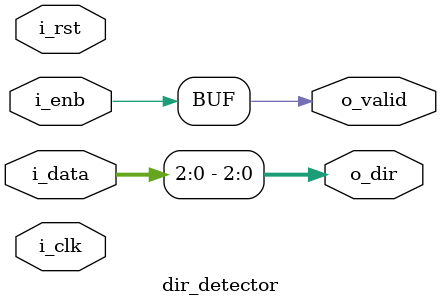
<source format=sv>
module dir_detector(i_clk, i_rst, i_enb, o_dir, i_data, o_valid);
//-----		INPUTS		-------------------------------------------------------
	input i_clk;
	input i_rst;
	input i_enb;
	input signed [7:0] i_data;
//-----		OUTPUTS		-------------------------------------------------------	
   output [2:0] o_dir;
   output o_valid;
//-----		WIRES			-------------------------------------------------------
	
//-----		REGS			-------------------------------------------------------

//-----		OTHERS      -------------------------------------------------------

//-----------------------------------------------------------------------------
//-----		MODULE CONTENT		-------------------------------------------------
//-----------------------------------------------------------------------------	
	assign o_dir = i_data[2:0]; 	// Just a dummy assignement. Replace with your code.
	assign o_valid = i_enb;	// Just a dummy assignement. Replace with your code.
	
endmodule 
</source>
